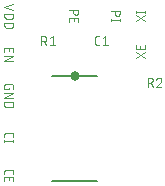
<source format=gbr>
G04 EAGLE Gerber RS-274X export*
G75*
%MOMM*%
%FSLAX34Y34*%
%LPD*%
%INSilkscreen Top*%
%IPPOS*%
%AMOC8*
5,1,8,0,0,1.08239X$1,22.5*%
G01*
%ADD10C,0.050800*%
%ADD11C,0.127000*%
%ADD12C,0.800000*%


D10*
X113213Y145254D02*
X111519Y145254D01*
X111438Y145256D01*
X111358Y145262D01*
X111278Y145271D01*
X111199Y145285D01*
X111120Y145302D01*
X111042Y145323D01*
X110965Y145347D01*
X110890Y145375D01*
X110816Y145407D01*
X110743Y145442D01*
X110673Y145481D01*
X110604Y145523D01*
X110537Y145568D01*
X110472Y145616D01*
X110410Y145668D01*
X110351Y145722D01*
X110294Y145779D01*
X110240Y145838D01*
X110188Y145900D01*
X110140Y145965D01*
X110095Y146032D01*
X110053Y146101D01*
X110014Y146171D01*
X109979Y146244D01*
X109947Y146318D01*
X109919Y146393D01*
X109895Y146470D01*
X109874Y146548D01*
X109857Y146627D01*
X109843Y146706D01*
X109834Y146786D01*
X109828Y146866D01*
X109826Y146947D01*
X109826Y151181D01*
X109828Y151262D01*
X109834Y151342D01*
X109843Y151422D01*
X109857Y151501D01*
X109874Y151580D01*
X109895Y151658D01*
X109919Y151735D01*
X109947Y151810D01*
X109979Y151884D01*
X110014Y151957D01*
X110053Y152027D01*
X110095Y152096D01*
X110140Y152163D01*
X110188Y152228D01*
X110240Y152290D01*
X110294Y152349D01*
X110351Y152406D01*
X110410Y152460D01*
X110472Y152512D01*
X110537Y152560D01*
X110604Y152605D01*
X110672Y152647D01*
X110743Y152686D01*
X110816Y152721D01*
X110890Y152753D01*
X110965Y152781D01*
X111042Y152805D01*
X111120Y152826D01*
X111199Y152843D01*
X111278Y152857D01*
X111358Y152866D01*
X111438Y152872D01*
X111519Y152874D01*
X113213Y152874D01*
X115941Y151181D02*
X118057Y152874D01*
X118057Y145254D01*
X115941Y145254D02*
X120174Y145254D01*
X32754Y38186D02*
X32754Y36492D01*
X32754Y38186D02*
X32756Y38267D01*
X32762Y38347D01*
X32771Y38427D01*
X32785Y38506D01*
X32802Y38585D01*
X32823Y38663D01*
X32847Y38740D01*
X32875Y38815D01*
X32907Y38889D01*
X32942Y38962D01*
X32981Y39033D01*
X33023Y39101D01*
X33068Y39168D01*
X33116Y39233D01*
X33168Y39295D01*
X33222Y39354D01*
X33279Y39411D01*
X33338Y39465D01*
X33400Y39517D01*
X33465Y39565D01*
X33532Y39610D01*
X33601Y39652D01*
X33671Y39691D01*
X33744Y39726D01*
X33818Y39758D01*
X33893Y39786D01*
X33970Y39810D01*
X34048Y39831D01*
X34127Y39848D01*
X34206Y39862D01*
X34286Y39871D01*
X34366Y39877D01*
X34447Y39879D01*
X38681Y39879D01*
X38762Y39877D01*
X38842Y39871D01*
X38922Y39862D01*
X39001Y39848D01*
X39080Y39831D01*
X39158Y39810D01*
X39235Y39786D01*
X39310Y39758D01*
X39384Y39726D01*
X39457Y39691D01*
X39527Y39652D01*
X39596Y39610D01*
X39663Y39565D01*
X39728Y39517D01*
X39790Y39465D01*
X39849Y39411D01*
X39906Y39354D01*
X39960Y39295D01*
X40012Y39233D01*
X40060Y39168D01*
X40105Y39101D01*
X40147Y39033D01*
X40186Y38962D01*
X40221Y38889D01*
X40253Y38815D01*
X40281Y38740D01*
X40305Y38663D01*
X40326Y38585D01*
X40343Y38506D01*
X40357Y38427D01*
X40366Y38347D01*
X40372Y38267D01*
X40374Y38186D01*
X40374Y36492D01*
X32754Y33508D02*
X32754Y30121D01*
X32754Y33508D02*
X40374Y33508D01*
X40374Y30121D01*
X36987Y30968D02*
X36987Y33508D01*
X32754Y67921D02*
X32754Y69614D01*
X32756Y69695D01*
X32762Y69775D01*
X32771Y69855D01*
X32785Y69934D01*
X32802Y70013D01*
X32823Y70091D01*
X32847Y70168D01*
X32875Y70243D01*
X32907Y70317D01*
X32942Y70390D01*
X32981Y70461D01*
X33023Y70529D01*
X33068Y70596D01*
X33116Y70661D01*
X33168Y70723D01*
X33222Y70782D01*
X33279Y70839D01*
X33338Y70893D01*
X33400Y70945D01*
X33465Y70993D01*
X33532Y71038D01*
X33601Y71080D01*
X33671Y71119D01*
X33744Y71154D01*
X33818Y71186D01*
X33893Y71214D01*
X33970Y71238D01*
X34048Y71259D01*
X34127Y71276D01*
X34206Y71290D01*
X34286Y71299D01*
X34366Y71305D01*
X34447Y71307D01*
X34447Y71308D02*
X38681Y71308D01*
X38681Y71307D02*
X38762Y71305D01*
X38842Y71299D01*
X38922Y71290D01*
X39001Y71276D01*
X39080Y71259D01*
X39158Y71238D01*
X39235Y71214D01*
X39310Y71186D01*
X39384Y71154D01*
X39457Y71119D01*
X39527Y71080D01*
X39596Y71038D01*
X39663Y70993D01*
X39728Y70945D01*
X39790Y70893D01*
X39849Y70839D01*
X39906Y70782D01*
X39960Y70723D01*
X40012Y70661D01*
X40060Y70596D01*
X40105Y70529D01*
X40147Y70461D01*
X40186Y70390D01*
X40221Y70317D01*
X40253Y70243D01*
X40281Y70168D01*
X40305Y70091D01*
X40326Y70013D01*
X40343Y69934D01*
X40357Y69855D01*
X40366Y69775D01*
X40372Y69695D01*
X40374Y69614D01*
X40374Y67921D01*
X40374Y64539D02*
X32754Y64539D01*
X32754Y65386D02*
X32754Y63692D01*
X40374Y63692D02*
X40374Y65386D01*
X32754Y139393D02*
X32754Y142780D01*
X40374Y142780D01*
X40374Y139393D01*
X36987Y140240D02*
X36987Y142780D01*
X40374Y136453D02*
X32754Y136453D01*
X32754Y132220D02*
X40374Y136453D01*
X40374Y132220D02*
X32754Y132220D01*
X36987Y109456D02*
X36987Y108186D01*
X32754Y108186D01*
X32754Y110726D01*
X32756Y110807D01*
X32762Y110887D01*
X32771Y110967D01*
X32785Y111046D01*
X32802Y111125D01*
X32823Y111203D01*
X32847Y111280D01*
X32875Y111355D01*
X32907Y111429D01*
X32942Y111502D01*
X32981Y111573D01*
X33023Y111641D01*
X33068Y111708D01*
X33116Y111773D01*
X33168Y111835D01*
X33222Y111894D01*
X33279Y111951D01*
X33338Y112005D01*
X33400Y112057D01*
X33465Y112105D01*
X33532Y112150D01*
X33601Y112192D01*
X33671Y112231D01*
X33744Y112266D01*
X33818Y112298D01*
X33893Y112326D01*
X33970Y112350D01*
X34048Y112371D01*
X34127Y112388D01*
X34206Y112402D01*
X34286Y112411D01*
X34366Y112417D01*
X34447Y112419D01*
X34447Y112420D02*
X38681Y112420D01*
X38681Y112419D02*
X38762Y112417D01*
X38842Y112411D01*
X38922Y112402D01*
X39001Y112388D01*
X39080Y112371D01*
X39158Y112350D01*
X39235Y112326D01*
X39310Y112298D01*
X39384Y112266D01*
X39457Y112231D01*
X39527Y112192D01*
X39596Y112150D01*
X39663Y112105D01*
X39728Y112057D01*
X39790Y112005D01*
X39849Y111951D01*
X39906Y111894D01*
X39960Y111835D01*
X40012Y111773D01*
X40060Y111708D01*
X40105Y111641D01*
X40147Y111573D01*
X40186Y111502D01*
X40221Y111429D01*
X40253Y111355D01*
X40281Y111280D01*
X40305Y111203D01*
X40326Y111125D01*
X40343Y111046D01*
X40357Y110967D01*
X40366Y110887D01*
X40372Y110807D01*
X40374Y110726D01*
X40374Y108186D01*
X40374Y104617D02*
X32754Y104617D01*
X32754Y100383D02*
X40374Y104617D01*
X40374Y100383D02*
X32754Y100383D01*
X32754Y96814D02*
X40374Y96814D01*
X40374Y94697D01*
X40372Y94607D01*
X40366Y94517D01*
X40357Y94428D01*
X40344Y94339D01*
X40326Y94251D01*
X40306Y94164D01*
X40281Y94077D01*
X40253Y93992D01*
X40221Y93908D01*
X40186Y93825D01*
X40147Y93744D01*
X40105Y93665D01*
X40060Y93587D01*
X40011Y93512D01*
X39959Y93438D01*
X39904Y93367D01*
X39846Y93298D01*
X39785Y93232D01*
X39722Y93169D01*
X39656Y93108D01*
X39587Y93050D01*
X39516Y92995D01*
X39442Y92943D01*
X39367Y92894D01*
X39289Y92849D01*
X39210Y92807D01*
X39129Y92768D01*
X39046Y92733D01*
X38962Y92701D01*
X38877Y92673D01*
X38790Y92648D01*
X38703Y92628D01*
X38615Y92610D01*
X38526Y92597D01*
X38437Y92588D01*
X38347Y92582D01*
X38257Y92580D01*
X34871Y92580D01*
X34781Y92582D01*
X34691Y92588D01*
X34602Y92597D01*
X34513Y92610D01*
X34425Y92628D01*
X34338Y92648D01*
X34251Y92673D01*
X34166Y92701D01*
X34082Y92733D01*
X33999Y92768D01*
X33918Y92807D01*
X33839Y92849D01*
X33761Y92894D01*
X33686Y92943D01*
X33612Y92995D01*
X33541Y93050D01*
X33472Y93108D01*
X33406Y93169D01*
X33343Y93232D01*
X33282Y93298D01*
X33224Y93367D01*
X33169Y93438D01*
X33117Y93512D01*
X33068Y93587D01*
X33023Y93665D01*
X32981Y93744D01*
X32942Y93825D01*
X32907Y93908D01*
X32875Y93992D01*
X32847Y94077D01*
X32822Y94164D01*
X32802Y94251D01*
X32784Y94339D01*
X32771Y94428D01*
X32762Y94517D01*
X32756Y94607D01*
X32754Y94697D01*
X32754Y96814D01*
X87754Y175309D02*
X95374Y175309D01*
X95374Y173192D01*
X95372Y173101D01*
X95366Y173010D01*
X95356Y172919D01*
X95343Y172829D01*
X95325Y172740D01*
X95304Y172651D01*
X95279Y172564D01*
X95250Y172477D01*
X95217Y172392D01*
X95181Y172309D01*
X95141Y172227D01*
X95098Y172147D01*
X95051Y172068D01*
X95001Y171992D01*
X94948Y171918D01*
X94892Y171847D01*
X94832Y171778D01*
X94770Y171711D01*
X94705Y171648D01*
X94637Y171587D01*
X94567Y171529D01*
X94494Y171474D01*
X94419Y171422D01*
X94342Y171374D01*
X94262Y171329D01*
X94181Y171287D01*
X94099Y171249D01*
X94014Y171215D01*
X93928Y171184D01*
X93841Y171157D01*
X93753Y171134D01*
X93664Y171115D01*
X93575Y171099D01*
X93484Y171087D01*
X93394Y171079D01*
X93303Y171075D01*
X93211Y171075D01*
X93120Y171079D01*
X93030Y171087D01*
X92939Y171099D01*
X92850Y171115D01*
X92761Y171134D01*
X92673Y171157D01*
X92586Y171184D01*
X92500Y171215D01*
X92415Y171249D01*
X92333Y171287D01*
X92252Y171329D01*
X92172Y171374D01*
X92095Y171422D01*
X92020Y171474D01*
X91947Y171529D01*
X91877Y171587D01*
X91809Y171648D01*
X91744Y171711D01*
X91682Y171778D01*
X91622Y171847D01*
X91566Y171918D01*
X91513Y171992D01*
X91463Y172068D01*
X91416Y172147D01*
X91373Y172227D01*
X91333Y172309D01*
X91297Y172392D01*
X91264Y172477D01*
X91235Y172564D01*
X91210Y172651D01*
X91189Y172740D01*
X91171Y172829D01*
X91158Y172919D01*
X91148Y173010D01*
X91142Y173101D01*
X91140Y173192D01*
X91141Y173192D02*
X91141Y175309D01*
X87754Y168078D02*
X87754Y164691D01*
X87754Y168078D02*
X95374Y168078D01*
X95374Y164691D01*
X91987Y165538D02*
X91987Y168078D01*
X122754Y174238D02*
X130374Y174238D01*
X130374Y172121D01*
X130372Y172030D01*
X130366Y171939D01*
X130356Y171848D01*
X130343Y171758D01*
X130325Y171669D01*
X130304Y171580D01*
X130279Y171493D01*
X130250Y171406D01*
X130217Y171321D01*
X130181Y171238D01*
X130141Y171156D01*
X130098Y171076D01*
X130051Y170997D01*
X130001Y170921D01*
X129948Y170847D01*
X129892Y170776D01*
X129832Y170707D01*
X129770Y170640D01*
X129705Y170577D01*
X129637Y170516D01*
X129567Y170458D01*
X129494Y170403D01*
X129419Y170351D01*
X129342Y170303D01*
X129262Y170258D01*
X129181Y170216D01*
X129099Y170178D01*
X129014Y170144D01*
X128928Y170113D01*
X128841Y170086D01*
X128753Y170063D01*
X128664Y170044D01*
X128575Y170028D01*
X128484Y170016D01*
X128394Y170008D01*
X128303Y170004D01*
X128211Y170004D01*
X128120Y170008D01*
X128030Y170016D01*
X127939Y170028D01*
X127850Y170044D01*
X127761Y170063D01*
X127673Y170086D01*
X127586Y170113D01*
X127500Y170144D01*
X127415Y170178D01*
X127333Y170216D01*
X127252Y170258D01*
X127172Y170303D01*
X127095Y170351D01*
X127020Y170403D01*
X126947Y170458D01*
X126877Y170516D01*
X126809Y170577D01*
X126744Y170640D01*
X126682Y170707D01*
X126622Y170776D01*
X126566Y170847D01*
X126513Y170921D01*
X126463Y170997D01*
X126416Y171076D01*
X126373Y171156D01*
X126333Y171238D01*
X126297Y171321D01*
X126264Y171406D01*
X126235Y171493D01*
X126210Y171580D01*
X126189Y171669D01*
X126171Y171758D01*
X126158Y171848D01*
X126148Y171939D01*
X126142Y172030D01*
X126140Y172121D01*
X126141Y172121D02*
X126141Y174238D01*
X122754Y166609D02*
X130374Y166609D01*
X122754Y167456D02*
X122754Y165762D01*
X130374Y165762D02*
X130374Y167456D01*
X64247Y152874D02*
X64247Y145254D01*
X64247Y152874D02*
X66363Y152874D01*
X66454Y152872D01*
X66545Y152866D01*
X66636Y152856D01*
X66726Y152843D01*
X66815Y152825D01*
X66904Y152804D01*
X66991Y152779D01*
X67078Y152750D01*
X67163Y152717D01*
X67246Y152681D01*
X67328Y152641D01*
X67408Y152598D01*
X67487Y152551D01*
X67563Y152501D01*
X67637Y152448D01*
X67708Y152392D01*
X67777Y152332D01*
X67844Y152270D01*
X67907Y152205D01*
X67968Y152137D01*
X68026Y152067D01*
X68081Y151994D01*
X68133Y151919D01*
X68181Y151842D01*
X68226Y151762D01*
X68268Y151681D01*
X68306Y151599D01*
X68340Y151514D01*
X68371Y151428D01*
X68398Y151341D01*
X68421Y151253D01*
X68440Y151164D01*
X68456Y151075D01*
X68468Y150984D01*
X68476Y150894D01*
X68480Y150803D01*
X68480Y150711D01*
X68476Y150620D01*
X68468Y150530D01*
X68456Y150439D01*
X68440Y150350D01*
X68421Y150261D01*
X68398Y150173D01*
X68371Y150086D01*
X68340Y150000D01*
X68306Y149915D01*
X68268Y149833D01*
X68226Y149752D01*
X68181Y149672D01*
X68133Y149595D01*
X68081Y149520D01*
X68026Y149447D01*
X67968Y149377D01*
X67907Y149309D01*
X67844Y149244D01*
X67777Y149182D01*
X67708Y149122D01*
X67637Y149066D01*
X67563Y149013D01*
X67487Y148963D01*
X67408Y148916D01*
X67328Y148873D01*
X67246Y148833D01*
X67163Y148797D01*
X67078Y148764D01*
X66991Y148735D01*
X66904Y148710D01*
X66815Y148689D01*
X66726Y148671D01*
X66636Y148658D01*
X66545Y148648D01*
X66454Y148642D01*
X66363Y148640D01*
X66363Y148641D02*
X64247Y148641D01*
X66787Y148641D02*
X68480Y145254D01*
X71520Y151181D02*
X73637Y152874D01*
X73637Y145254D01*
X75753Y145254D02*
X71520Y145254D01*
X154247Y117874D02*
X154247Y110254D01*
X154247Y117874D02*
X156363Y117874D01*
X156454Y117872D01*
X156545Y117866D01*
X156636Y117856D01*
X156726Y117843D01*
X156815Y117825D01*
X156904Y117804D01*
X156991Y117779D01*
X157078Y117750D01*
X157163Y117717D01*
X157246Y117681D01*
X157328Y117641D01*
X157408Y117598D01*
X157487Y117551D01*
X157563Y117501D01*
X157637Y117448D01*
X157708Y117392D01*
X157777Y117332D01*
X157844Y117270D01*
X157907Y117205D01*
X157968Y117137D01*
X158026Y117067D01*
X158081Y116994D01*
X158133Y116919D01*
X158181Y116842D01*
X158226Y116762D01*
X158268Y116681D01*
X158306Y116599D01*
X158340Y116514D01*
X158371Y116428D01*
X158398Y116341D01*
X158421Y116253D01*
X158440Y116164D01*
X158456Y116075D01*
X158468Y115984D01*
X158476Y115894D01*
X158480Y115803D01*
X158480Y115711D01*
X158476Y115620D01*
X158468Y115530D01*
X158456Y115439D01*
X158440Y115350D01*
X158421Y115261D01*
X158398Y115173D01*
X158371Y115086D01*
X158340Y115000D01*
X158306Y114915D01*
X158268Y114833D01*
X158226Y114752D01*
X158181Y114672D01*
X158133Y114595D01*
X158081Y114520D01*
X158026Y114447D01*
X157968Y114377D01*
X157907Y114309D01*
X157844Y114244D01*
X157777Y114182D01*
X157708Y114122D01*
X157637Y114066D01*
X157563Y114013D01*
X157487Y113963D01*
X157408Y113916D01*
X157328Y113873D01*
X157246Y113833D01*
X157163Y113797D01*
X157078Y113764D01*
X156991Y113735D01*
X156904Y113710D01*
X156815Y113689D01*
X156726Y113671D01*
X156636Y113658D01*
X156545Y113648D01*
X156454Y113642D01*
X156363Y113640D01*
X156363Y113641D02*
X154247Y113641D01*
X156787Y113641D02*
X158480Y110254D01*
X165753Y115969D02*
X165751Y116054D01*
X165745Y116140D01*
X165736Y116225D01*
X165722Y116309D01*
X165705Y116393D01*
X165684Y116476D01*
X165660Y116558D01*
X165632Y116638D01*
X165600Y116718D01*
X165564Y116796D01*
X165526Y116872D01*
X165483Y116946D01*
X165438Y117018D01*
X165389Y117089D01*
X165337Y117157D01*
X165283Y117222D01*
X165225Y117285D01*
X165164Y117346D01*
X165101Y117404D01*
X165036Y117458D01*
X164968Y117510D01*
X164897Y117559D01*
X164825Y117604D01*
X164751Y117647D01*
X164675Y117685D01*
X164597Y117721D01*
X164517Y117753D01*
X164437Y117781D01*
X164355Y117805D01*
X164272Y117826D01*
X164188Y117843D01*
X164104Y117857D01*
X164019Y117866D01*
X163933Y117872D01*
X163848Y117874D01*
X163752Y117872D01*
X163656Y117866D01*
X163560Y117857D01*
X163465Y117844D01*
X163370Y117827D01*
X163276Y117806D01*
X163183Y117782D01*
X163091Y117754D01*
X163000Y117723D01*
X162911Y117687D01*
X162823Y117649D01*
X162736Y117607D01*
X162652Y117562D01*
X162569Y117513D01*
X162488Y117461D01*
X162409Y117406D01*
X162332Y117348D01*
X162258Y117287D01*
X162186Y117223D01*
X162117Y117156D01*
X162050Y117087D01*
X161986Y117015D01*
X161925Y116941D01*
X161867Y116864D01*
X161812Y116785D01*
X161761Y116704D01*
X161712Y116621D01*
X161667Y116536D01*
X161625Y116450D01*
X161586Y116361D01*
X161551Y116272D01*
X161520Y116181D01*
X165118Y114487D02*
X165180Y114549D01*
X165239Y114613D01*
X165295Y114679D01*
X165349Y114748D01*
X165399Y114819D01*
X165447Y114893D01*
X165491Y114968D01*
X165532Y115045D01*
X165570Y115123D01*
X165604Y115203D01*
X165635Y115285D01*
X165663Y115368D01*
X165686Y115451D01*
X165707Y115536D01*
X165723Y115622D01*
X165736Y115708D01*
X165746Y115795D01*
X165751Y115882D01*
X165753Y115969D01*
X165118Y114487D02*
X161520Y110254D01*
X165753Y110254D01*
X40374Y180009D02*
X32754Y177469D01*
X40374Y174929D01*
X40374Y172027D02*
X32754Y172027D01*
X40374Y172027D02*
X40374Y169910D01*
X40372Y169820D01*
X40366Y169730D01*
X40357Y169641D01*
X40344Y169552D01*
X40326Y169464D01*
X40306Y169377D01*
X40281Y169290D01*
X40253Y169205D01*
X40221Y169121D01*
X40186Y169038D01*
X40147Y168957D01*
X40105Y168878D01*
X40060Y168800D01*
X40011Y168725D01*
X39959Y168651D01*
X39904Y168580D01*
X39846Y168511D01*
X39785Y168445D01*
X39722Y168382D01*
X39656Y168321D01*
X39587Y168263D01*
X39516Y168208D01*
X39442Y168156D01*
X39367Y168107D01*
X39289Y168062D01*
X39210Y168020D01*
X39129Y167981D01*
X39046Y167946D01*
X38962Y167914D01*
X38877Y167886D01*
X38790Y167861D01*
X38703Y167841D01*
X38615Y167823D01*
X38526Y167810D01*
X38437Y167801D01*
X38347Y167795D01*
X38257Y167793D01*
X38257Y167794D02*
X34871Y167794D01*
X34871Y167793D02*
X34781Y167795D01*
X34691Y167801D01*
X34602Y167810D01*
X34513Y167823D01*
X34425Y167841D01*
X34338Y167861D01*
X34251Y167886D01*
X34166Y167914D01*
X34082Y167946D01*
X33999Y167981D01*
X33918Y168020D01*
X33839Y168062D01*
X33761Y168107D01*
X33686Y168156D01*
X33612Y168208D01*
X33541Y168263D01*
X33472Y168321D01*
X33406Y168382D01*
X33343Y168445D01*
X33282Y168511D01*
X33224Y168580D01*
X33169Y168651D01*
X33117Y168725D01*
X33068Y168800D01*
X33023Y168878D01*
X32981Y168957D01*
X32942Y169038D01*
X32907Y169121D01*
X32875Y169205D01*
X32847Y169290D01*
X32822Y169377D01*
X32802Y169464D01*
X32784Y169552D01*
X32771Y169641D01*
X32762Y169730D01*
X32756Y169820D01*
X32754Y169910D01*
X32754Y172027D01*
X32754Y164224D02*
X40374Y164224D01*
X40374Y162107D01*
X40372Y162017D01*
X40366Y161927D01*
X40357Y161838D01*
X40344Y161749D01*
X40326Y161661D01*
X40306Y161574D01*
X40281Y161487D01*
X40253Y161402D01*
X40221Y161318D01*
X40186Y161235D01*
X40147Y161154D01*
X40105Y161075D01*
X40060Y160997D01*
X40011Y160922D01*
X39959Y160848D01*
X39904Y160777D01*
X39846Y160708D01*
X39785Y160642D01*
X39722Y160579D01*
X39656Y160518D01*
X39587Y160460D01*
X39516Y160405D01*
X39442Y160353D01*
X39367Y160304D01*
X39289Y160259D01*
X39210Y160217D01*
X39129Y160178D01*
X39046Y160143D01*
X38962Y160111D01*
X38877Y160083D01*
X38790Y160058D01*
X38703Y160038D01*
X38615Y160020D01*
X38526Y160007D01*
X38437Y159998D01*
X38347Y159992D01*
X38257Y159990D01*
X38257Y159991D02*
X34871Y159991D01*
X34871Y159990D02*
X34781Y159992D01*
X34691Y159998D01*
X34602Y160007D01*
X34513Y160020D01*
X34425Y160038D01*
X34338Y160058D01*
X34251Y160083D01*
X34166Y160111D01*
X34082Y160143D01*
X33999Y160178D01*
X33918Y160217D01*
X33839Y160259D01*
X33761Y160304D01*
X33686Y160353D01*
X33612Y160405D01*
X33541Y160460D01*
X33472Y160518D01*
X33406Y160579D01*
X33343Y160642D01*
X33282Y160708D01*
X33224Y160777D01*
X33169Y160848D01*
X33117Y160922D01*
X33068Y160997D01*
X33023Y161075D01*
X32981Y161154D01*
X32942Y161235D01*
X32907Y161318D01*
X32875Y161402D01*
X32847Y161487D01*
X32822Y161574D01*
X32802Y161661D01*
X32784Y161749D01*
X32771Y161838D01*
X32762Y161927D01*
X32756Y162017D01*
X32754Y162107D01*
X32754Y164224D01*
X144626Y139389D02*
X152246Y134309D01*
X152246Y139389D02*
X144626Y134309D01*
X152246Y142304D02*
X152246Y145691D01*
X152246Y142304D02*
X144626Y142304D01*
X144626Y145691D01*
X148013Y144844D02*
X148013Y142304D01*
X152246Y165381D02*
X144626Y170461D01*
X144626Y165381D02*
X152246Y170461D01*
X152246Y173773D02*
X144626Y173773D01*
X152246Y172926D02*
X152246Y174619D01*
X144626Y174619D02*
X144626Y172926D01*
D11*
X111550Y119450D02*
X73450Y119450D01*
X73450Y30550D02*
X111550Y30550D01*
D12*
X92500Y119450D03*
M02*

</source>
